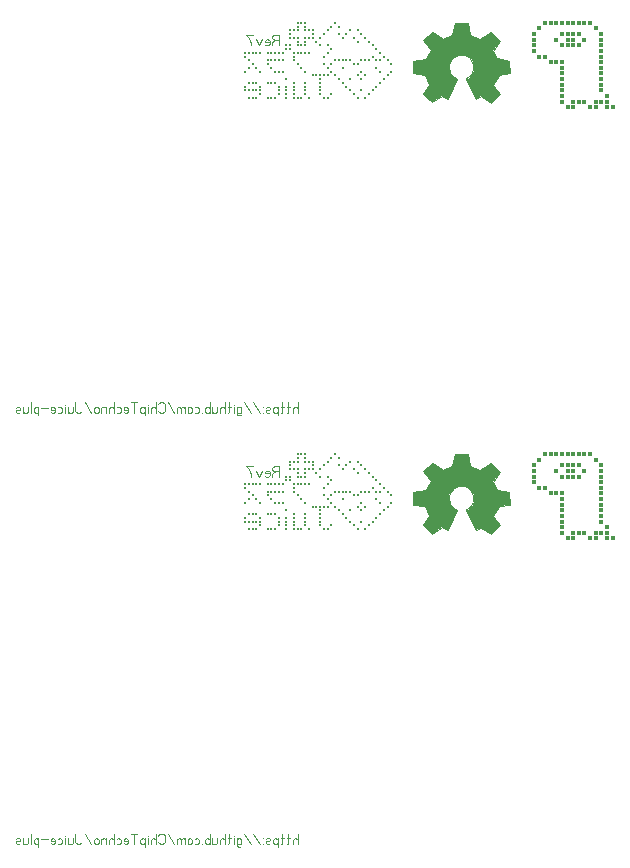
<source format=gbr>
%FSLAX34Y34*%
%MOMM*%
%LNSILK_BOTTOM_*%
G71*
G01*
%ADD10R, 0.27X0.27*%
%ADD11C, 0.11*%
%ADD12R, 0.40X0.40*%
%ADD13C, 0.10*%
%LPD*%
X346075Y930275D02*
G54D10*
D03*
X342900Y927100D02*
G54D10*
D03*
X339725Y923925D02*
G54D10*
D03*
X336550Y920750D02*
G54D10*
D03*
X346075Y936625D02*
G54D10*
D03*
X342900Y939800D02*
G54D10*
D03*
X339725Y942975D02*
G54D10*
D03*
X336550Y946150D02*
G54D10*
D03*
X333375Y949325D02*
G54D10*
D03*
X333375Y917575D02*
G54D10*
D03*
X330200Y914400D02*
G54D10*
D03*
X327025Y911225D02*
G54D10*
D03*
X323850Y908050D02*
G54D10*
D03*
X317500Y908050D02*
G54D10*
D03*
X314325Y911225D02*
G54D10*
D03*
X311150Y914400D02*
G54D10*
D03*
X307975Y917575D02*
G54D10*
D03*
X304800Y920750D02*
G54D10*
D03*
X301625Y923925D02*
G54D10*
D03*
X298450Y927100D02*
G54D10*
D03*
X295275Y930275D02*
G54D10*
D03*
X292100Y933450D02*
G54D10*
D03*
X330200Y952500D02*
G54D10*
D03*
X327025Y955675D02*
G54D10*
D03*
X323850Y958850D02*
G54D10*
D03*
X320675Y962025D02*
G54D10*
D03*
X304800Y958850D02*
G54D10*
D03*
X295275Y949325D02*
G54D10*
D03*
X292100Y952500D02*
G54D10*
D03*
X301625Y962025D02*
G54D10*
D03*
X301625Y968375D02*
G54D10*
D03*
X298450Y971550D02*
G54D10*
D03*
X295275Y968375D02*
G54D10*
D03*
X292100Y965200D02*
G54D10*
D03*
X288925Y962025D02*
G54D10*
D03*
X285750Y958850D02*
G54D10*
D03*
X282575Y955675D02*
G54D10*
D03*
X285750Y952500D02*
G54D10*
D03*
X336550Y939800D02*
G54D10*
D03*
X333375Y939800D02*
G54D10*
D03*
X330200Y942975D02*
G54D10*
D03*
X327025Y939800D02*
G54D10*
D03*
X323850Y939800D02*
G54D10*
D03*
X320675Y939800D02*
G54D10*
D03*
X317500Y936625D02*
G54D10*
D03*
X314325Y936625D02*
G54D10*
D03*
X311150Y939800D02*
G54D10*
D03*
X307975Y939800D02*
G54D10*
D03*
X304800Y939800D02*
G54D10*
D03*
X301625Y939800D02*
G54D10*
D03*
X298450Y939800D02*
G54D10*
D03*
X295275Y936625D02*
G54D10*
D03*
X279400Y965200D02*
G54D10*
D03*
X279400Y962025D02*
G54D10*
D03*
X279400Y958850D02*
G54D10*
D03*
X276225Y958850D02*
G54D10*
D03*
X276225Y965200D02*
G54D10*
D03*
X273050Y965200D02*
G54D10*
D03*
X273050Y968375D02*
G54D10*
D03*
X273050Y971550D02*
G54D10*
D03*
X269875Y971550D02*
G54D10*
D03*
X266700Y971550D02*
G54D10*
D03*
X266700Y968375D02*
G54D10*
D03*
X266700Y965200D02*
G54D10*
D03*
X263525Y965200D02*
G54D10*
D03*
X260350Y965200D02*
G54D10*
D03*
X260350Y962025D02*
G54D10*
D03*
X260350Y958850D02*
G54D10*
D03*
X263525Y958850D02*
G54D10*
D03*
X266700Y958850D02*
G54D10*
D03*
X273050Y958850D02*
G54D10*
D03*
X273050Y955675D02*
G54D10*
D03*
X273050Y952500D02*
G54D10*
D03*
X269875Y952500D02*
G54D10*
D03*
X266700Y952500D02*
G54D10*
D03*
X266700Y955675D02*
G54D10*
D03*
X317500Y965200D02*
G54D10*
D03*
X311150Y965200D02*
G54D10*
D03*
X307975Y962025D02*
G54D10*
D03*
X292100Y946150D02*
G54D10*
D03*
X288925Y942975D02*
G54D10*
D03*
X288925Y936625D02*
G54D10*
D03*
X292100Y927100D02*
G54D10*
D03*
X288925Y927100D02*
G54D10*
D03*
X285750Y927100D02*
G54D10*
D03*
X282575Y927100D02*
G54D10*
D03*
X279400Y927100D02*
G54D10*
D03*
X285750Y923925D02*
G54D10*
D03*
X285750Y920750D02*
G54D10*
D03*
X285750Y917575D02*
G54D10*
D03*
X285750Y914400D02*
G54D10*
D03*
X285750Y911225D02*
G54D10*
D03*
X288925Y908050D02*
G54D10*
D03*
X292100Y908050D02*
G54D10*
D03*
X295275Y911225D02*
G54D10*
D03*
X276225Y908050D02*
G54D10*
D03*
X273050Y911225D02*
G54D10*
D03*
X273050Y914400D02*
G54D10*
D03*
X273050Y917575D02*
G54D10*
D03*
X273050Y920750D02*
G54D10*
D03*
X269875Y908050D02*
G54D10*
D03*
X266700Y908050D02*
G54D10*
D03*
X263525Y908050D02*
G54D10*
D03*
X263525Y911225D02*
G54D10*
D03*
X263525Y914400D02*
G54D10*
D03*
X263525Y917575D02*
G54D10*
D03*
X263525Y920750D02*
G54D10*
D03*
X257175Y923925D02*
G54D10*
D03*
X257175Y917575D02*
G54D10*
D03*
X257175Y914400D02*
G54D10*
D03*
X257175Y911225D02*
G54D10*
D03*
X257175Y908050D02*
G54D10*
D03*
X250825Y911225D02*
G54D10*
D03*
X250825Y914400D02*
G54D10*
D03*
X250825Y917575D02*
G54D10*
D03*
X247650Y920750D02*
G54D10*
D03*
X244475Y920750D02*
G54D10*
D03*
X247650Y908050D02*
G54D10*
D03*
X244475Y908050D02*
G54D10*
D03*
X241300Y908050D02*
G54D10*
D03*
X241300Y920750D02*
G54D10*
D03*
X234950Y911225D02*
G54D10*
D03*
X234950Y914400D02*
G54D10*
D03*
X234950Y917575D02*
G54D10*
D03*
X231775Y920750D02*
G54D10*
D03*
X228600Y920750D02*
G54D10*
D03*
X225425Y920750D02*
G54D10*
D03*
X231775Y908050D02*
G54D10*
D03*
X228600Y908050D02*
G54D10*
D03*
X225425Y908050D02*
G54D10*
D03*
X222250Y917575D02*
G54D10*
D03*
X222250Y914400D02*
G54D10*
D03*
X225425Y914400D02*
G54D10*
D03*
X228600Y914400D02*
G54D10*
D03*
X231775Y914400D02*
G54D10*
D03*
X323850Y927100D02*
G54D10*
D03*
X320675Y923925D02*
G54D10*
D03*
X317500Y927100D02*
G54D10*
D03*
X320675Y930275D02*
G54D10*
D03*
X311150Y923925D02*
G54D10*
D03*
X333375Y933450D02*
G54D10*
D03*
X304800Y933450D02*
G54D10*
D03*
X320675Y914400D02*
G54D10*
D03*
X336550Y930275D02*
G54D10*
D03*
X276225Y946150D02*
G54D10*
D03*
X273050Y946150D02*
G54D10*
D03*
X269875Y946150D02*
G54D10*
D03*
X266700Y946150D02*
G54D10*
D03*
X263525Y946150D02*
G54D10*
D03*
X263525Y942975D02*
G54D10*
D03*
X263525Y939800D02*
G54D10*
D03*
X266700Y936625D02*
G54D10*
D03*
X269875Y933450D02*
G54D10*
D03*
X273050Y930275D02*
G54D10*
D03*
X260350Y952500D02*
G54D10*
D03*
X260350Y949325D02*
G54D10*
D03*
X257175Y949325D02*
G54D10*
D03*
X257175Y952500D02*
G54D10*
D03*
X254000Y946150D02*
G54D10*
D03*
X250825Y946150D02*
G54D10*
D03*
X247650Y946150D02*
G54D10*
D03*
X244475Y946150D02*
G54D10*
D03*
X241300Y946150D02*
G54D10*
D03*
X254000Y939800D02*
G54D10*
D03*
X250825Y939800D02*
G54D10*
D03*
X247650Y939800D02*
G54D10*
D03*
X244475Y939800D02*
G54D10*
D03*
X241300Y939800D02*
G54D10*
D03*
X241300Y936625D02*
G54D10*
D03*
X244475Y933450D02*
G54D10*
D03*
X247650Y930275D02*
G54D10*
D03*
X254000Y930275D02*
G54D10*
D03*
X250825Y930275D02*
G54D10*
D03*
X234950Y946150D02*
G54D10*
D03*
X231775Y946150D02*
G54D10*
D03*
X228600Y946150D02*
G54D10*
D03*
X225425Y946150D02*
G54D10*
D03*
X222250Y946150D02*
G54D10*
D03*
X222250Y942975D02*
G54D10*
D03*
X225425Y939800D02*
G54D10*
D03*
X228600Y936625D02*
G54D10*
D03*
X231775Y933450D02*
G54D10*
D03*
X234950Y930275D02*
G54D10*
D03*
X225425Y933450D02*
G54D10*
D03*
X222250Y930275D02*
G54D10*
D03*
X314325Y958850D02*
G54D10*
D03*
X317500Y955675D02*
G54D10*
D03*
G54D11*
X248158Y956944D02*
X246158Y955833D01*
X245492Y954722D01*
X245492Y952500D01*
G54D11*
X250825Y952500D02*
X250825Y961389D01*
X247492Y961389D01*
X246158Y960833D01*
X245492Y959722D01*
X245492Y958611D01*
X246158Y957500D01*
X247492Y956944D01*
X250825Y956944D01*
G54D11*
X239048Y953056D02*
X240115Y952500D01*
X241448Y952500D01*
X242781Y953056D01*
X243048Y954167D01*
X243048Y956056D01*
X242381Y957167D01*
X241048Y957500D01*
X239715Y957167D01*
X239048Y956389D01*
X239048Y955278D01*
X243048Y955278D01*
G54D11*
X236604Y957500D02*
X233937Y952500D01*
X231271Y957500D01*
G54D11*
X228827Y961389D02*
X223494Y961389D01*
X224160Y960278D01*
X225494Y958611D01*
X226827Y956389D01*
X227494Y954722D01*
X227494Y952500D01*
X509588Y971550D02*
G54D12*
D03*
X504825Y971550D02*
G54D12*
D03*
X500062Y971550D02*
G54D12*
D03*
X495300Y971550D02*
G54D12*
D03*
X490538Y971550D02*
G54D12*
D03*
X485775Y971550D02*
G54D12*
D03*
X481012Y971550D02*
G54D12*
D03*
X476250Y971550D02*
G54D12*
D03*
X523875Y957262D02*
G54D12*
D03*
X523875Y952500D02*
G54D12*
D03*
X523875Y947738D02*
G54D12*
D03*
X523875Y942975D02*
G54D12*
D03*
X523875Y938212D02*
G54D12*
D03*
X523875Y933450D02*
G54D12*
D03*
X523875Y928688D02*
G54D12*
D03*
X523875Y923925D02*
G54D12*
D03*
X523875Y919162D02*
G54D12*
D03*
X523875Y914400D02*
G54D12*
D03*
X528638Y909638D02*
G54D12*
D03*
X528638Y904875D02*
G54D12*
D03*
X528638Y900112D02*
G54D12*
D03*
X533400Y900112D02*
G54D12*
D03*
X519112Y904875D02*
G54D12*
D03*
X519112Y900112D02*
G54D12*
D03*
X514350Y900112D02*
G54D12*
D03*
X509588Y904875D02*
G54D12*
D03*
X504825Y904875D02*
G54D12*
D03*
X500062Y904875D02*
G54D12*
D03*
X500062Y900112D02*
G54D12*
D03*
X495300Y900112D02*
G54D12*
D03*
X466725Y947738D02*
G54D12*
D03*
X466725Y952500D02*
G54D12*
D03*
X466725Y957262D02*
G54D12*
D03*
X466725Y962025D02*
G54D12*
D03*
X471488Y966788D02*
G54D12*
D03*
X509588Y957262D02*
G54D12*
D03*
X504825Y962025D02*
G54D12*
D03*
X500062Y962025D02*
G54D12*
D03*
X495300Y962025D02*
G54D12*
D03*
X490538Y962025D02*
G54D12*
D03*
X485775Y957262D02*
G54D12*
D03*
X504825Y952500D02*
G54D12*
D03*
X500062Y952500D02*
G54D12*
D03*
X495300Y952500D02*
G54D12*
D03*
X490538Y952500D02*
G54D12*
D03*
X500062Y957262D02*
G54D12*
D03*
X495300Y957262D02*
G54D12*
D03*
X523875Y904875D02*
G54D12*
D03*
X471488Y942975D02*
G54D12*
D03*
X476250Y942975D02*
G54D12*
D03*
X485775Y938212D02*
G54D12*
D03*
X481012Y938212D02*
G54D12*
D03*
X490538Y938212D02*
G54D12*
D03*
X490538Y933450D02*
G54D12*
D03*
X490538Y928688D02*
G54D12*
D03*
X490538Y923925D02*
G54D12*
D03*
X490538Y919162D02*
G54D12*
D03*
X490538Y914400D02*
G54D12*
D03*
X490538Y909638D02*
G54D12*
D03*
X490538Y904875D02*
G54D12*
D03*
X514350Y971550D02*
G54D12*
D03*
X519112Y966788D02*
G54D12*
D03*
X523875Y962025D02*
G54D12*
D03*
G54D11*
X266700Y641350D02*
X266700Y650239D01*
G54D11*
X266700Y644906D02*
X266033Y646017D01*
X264700Y646350D01*
X263367Y646017D01*
X262700Y644906D01*
X262700Y641350D01*
G54D11*
X258923Y650239D02*
X258923Y641906D01*
X258256Y641350D01*
X257589Y641572D01*
G54D11*
X260256Y646350D02*
X257589Y646350D01*
G54D11*
X253812Y650239D02*
X253812Y641906D01*
X253145Y641350D01*
X252478Y641572D01*
G54D11*
X255145Y646350D02*
X252478Y646350D01*
G54D11*
X250034Y646350D02*
X250034Y639128D01*
G54D11*
X250034Y643017D02*
X249367Y641572D01*
X248034Y641350D01*
X246701Y641572D01*
X246034Y642683D01*
X246034Y644906D01*
X246701Y646017D01*
X248034Y646350D01*
X249367Y646017D01*
X250034Y644683D01*
G54D11*
X243590Y641906D02*
X242257Y641350D01*
X240923Y641350D01*
X239590Y641906D01*
X239590Y643017D01*
X240257Y643572D01*
X242923Y644128D01*
X243590Y644683D01*
X243590Y645794D01*
X242257Y646350D01*
X240923Y646350D01*
X239590Y645794D01*
G54D11*
X237146Y641350D02*
X237146Y641350D01*
G54D11*
X237146Y646350D02*
X237146Y646350D01*
G54D11*
X234702Y641350D02*
X229369Y650239D01*
G54D11*
X226925Y641350D02*
X221592Y650239D01*
G54D11*
X219148Y639683D02*
X217815Y639128D01*
X216881Y639128D01*
X215548Y639683D01*
X215148Y640794D01*
X215148Y646350D01*
G54D11*
X215148Y644906D02*
X215815Y646017D01*
X217148Y646350D01*
X218481Y646017D01*
X219148Y644906D01*
X219148Y642683D01*
X218481Y641572D01*
X217148Y641350D01*
X215815Y641572D01*
X215148Y642683D01*
G54D11*
X212704Y641350D02*
X212704Y646350D01*
G54D11*
X212704Y648017D02*
X212704Y648017D01*
G54D11*
X208927Y650239D02*
X208927Y641906D01*
X208260Y641350D01*
X207593Y641572D01*
G54D11*
X210260Y646350D02*
X207593Y646350D01*
G54D11*
X205149Y641350D02*
X205149Y650239D01*
G54D11*
X205149Y644906D02*
X204482Y646017D01*
X203149Y646350D01*
X201816Y646017D01*
X201149Y644906D01*
X201149Y641350D01*
G54D11*
X194705Y646350D02*
X194705Y641350D01*
G54D11*
X194705Y642461D02*
X195372Y641572D01*
X196705Y641350D01*
X198038Y641572D01*
X198705Y642461D01*
X198705Y646350D01*
G54D11*
X192261Y641350D02*
X192261Y650239D01*
G54D11*
X192261Y644906D02*
X191594Y646017D01*
X190261Y646350D01*
X188928Y646017D01*
X188261Y644906D01*
X188261Y642683D01*
X188928Y641572D01*
X190261Y641350D01*
X191594Y641572D01*
X192261Y642683D01*
G54D11*
X185817Y641350D02*
X185817Y641350D01*
G54D11*
X180040Y646017D02*
X181373Y646350D01*
X182706Y646017D01*
X183373Y644906D01*
X183373Y642683D01*
X182706Y641572D01*
X181373Y641350D01*
X180040Y641572D01*
G54D11*
X173596Y642683D02*
X173596Y644906D01*
X174263Y646017D01*
X175596Y646350D01*
X176929Y646017D01*
X177596Y644906D01*
X177596Y642683D01*
X176929Y641572D01*
X175596Y641350D01*
X174263Y641572D01*
X173596Y642683D01*
G54D11*
X171152Y641350D02*
X171152Y646350D01*
G54D11*
X171152Y645461D02*
X169819Y646350D01*
X168485Y646017D01*
X167819Y645239D01*
X167819Y641350D01*
G54D11*
X167819Y645461D02*
X166485Y646350D01*
X165152Y646017D01*
X164485Y645239D01*
X164485Y641350D01*
G54D11*
X162041Y641350D02*
X156708Y650239D01*
G54D11*
X148931Y643017D02*
X149597Y641906D01*
X150931Y641350D01*
X152264Y641350D01*
X153597Y641906D01*
X154264Y643017D01*
X154264Y648572D01*
X153597Y649683D01*
X152264Y650239D01*
X150931Y650239D01*
X149597Y649683D01*
X148931Y648572D01*
G54D11*
X146487Y641350D02*
X146487Y650239D01*
G54D11*
X146487Y644906D02*
X145820Y646017D01*
X144487Y646350D01*
X143154Y646017D01*
X142487Y644906D01*
X142487Y641350D01*
G54D11*
X140043Y641350D02*
X140043Y646350D01*
G54D11*
X140043Y648017D02*
X140043Y648017D01*
G54D11*
X137599Y646350D02*
X137599Y639128D01*
G54D11*
X137599Y643017D02*
X136932Y641572D01*
X135599Y641350D01*
X134266Y641572D01*
X133599Y642683D01*
X133599Y644906D01*
X134266Y646017D01*
X135599Y646350D01*
X136932Y646017D01*
X137599Y644683D01*
G54D11*
X128488Y641350D02*
X128488Y650239D01*
G54D11*
X131155Y650239D02*
X125822Y650239D01*
G54D11*
X119378Y641906D02*
X120445Y641350D01*
X121778Y641350D01*
X123111Y641906D01*
X123378Y643017D01*
X123378Y644906D01*
X122711Y646017D01*
X121378Y646350D01*
X120045Y646017D01*
X119378Y645239D01*
X119378Y644128D01*
X123378Y644128D01*
G54D11*
X113601Y646017D02*
X114934Y646350D01*
X116267Y646017D01*
X116934Y644906D01*
X116934Y642683D01*
X116267Y641572D01*
X114934Y641350D01*
X113601Y641572D01*
G54D11*
X111157Y641350D02*
X111157Y650239D01*
G54D11*
X111157Y644906D02*
X110490Y646017D01*
X109157Y646350D01*
X107824Y646017D01*
X107157Y644906D01*
X107157Y641350D01*
G54D11*
X104713Y641350D02*
X104713Y646350D01*
G54D11*
X104713Y645239D02*
X104046Y646017D01*
X102713Y646350D01*
X101380Y646017D01*
X100713Y645239D01*
X100713Y641350D01*
G54D11*
X94269Y642683D02*
X94269Y644906D01*
X94936Y646017D01*
X96269Y646350D01*
X97602Y646017D01*
X98269Y644906D01*
X98269Y642683D01*
X97602Y641572D01*
X96269Y641350D01*
X94936Y641572D01*
X94269Y642683D01*
G54D11*
X91825Y641350D02*
X86492Y650239D01*
G54D11*
X78715Y650239D02*
X78715Y643017D01*
X79381Y641906D01*
X80715Y641350D01*
X82048Y641350D01*
X83381Y641906D01*
X84048Y643017D01*
G54D11*
X72271Y646350D02*
X72271Y641350D01*
G54D11*
X72271Y642461D02*
X72938Y641572D01*
X74271Y641350D01*
X75604Y641572D01*
X76271Y642461D01*
X76271Y646350D01*
G54D11*
X69827Y641350D02*
X69827Y646350D01*
G54D11*
X69827Y648017D02*
X69827Y648017D01*
G54D11*
X64050Y646017D02*
X65383Y646350D01*
X66716Y646017D01*
X67383Y644906D01*
X67383Y642683D01*
X66716Y641572D01*
X65383Y641350D01*
X64050Y641572D01*
G54D11*
X57606Y641906D02*
X58673Y641350D01*
X60006Y641350D01*
X61339Y641906D01*
X61606Y643017D01*
X61606Y644906D01*
X60939Y646017D01*
X59606Y646350D01*
X58273Y646017D01*
X57606Y645239D01*
X57606Y644128D01*
X61606Y644128D01*
G54D11*
X55162Y645239D02*
X49829Y645239D01*
G54D11*
X47385Y646350D02*
X47385Y639128D01*
G54D11*
X47385Y643017D02*
X46718Y641572D01*
X45385Y641350D01*
X44052Y641572D01*
X43385Y642683D01*
X43385Y644906D01*
X44052Y646017D01*
X45385Y646350D01*
X46718Y646017D01*
X47385Y644683D01*
G54D11*
X40941Y641350D02*
X40941Y650239D01*
G54D11*
X34497Y646350D02*
X34497Y641350D01*
G54D11*
X34497Y642461D02*
X35164Y641572D01*
X36497Y641350D01*
X37830Y641572D01*
X38497Y642461D01*
X38497Y646350D01*
G54D11*
X32053Y641906D02*
X30720Y641350D01*
X29386Y641350D01*
X28053Y641906D01*
X28053Y643017D01*
X28720Y643572D01*
X31386Y644128D01*
X32053Y644683D01*
X32053Y645794D01*
X30720Y646350D01*
X29386Y646350D01*
X28053Y645794D01*
G54D13*
X411162Y971550D02*
X400050Y971550D01*
X397669Y961231D01*
X390128Y958056D01*
X381000Y964009D01*
X373062Y956866D01*
X379412Y948928D01*
X375841Y940991D01*
X364728Y939403D01*
X364728Y928688D01*
X374650Y927497D01*
X378222Y919162D01*
X373062Y911622D01*
X380603Y904081D01*
X389334Y909638D01*
X393700Y906859D01*
X401241Y923528D01*
G54D13*
X409972Y923528D02*
X417512Y907256D01*
X421878Y909241D01*
X430212Y903684D01*
X438547Y911225D01*
X432594Y919162D01*
X436166Y927497D01*
X446484Y928688D01*
X446088Y939403D01*
X435372Y941388D01*
X432594Y947738D01*
X438547Y956072D01*
X430609Y963612D01*
X421481Y958056D01*
X412750Y961231D01*
X411162Y971550D01*
G54D13*
G75*
G01X409715Y924213D02*
G03X401510Y924213I-4103J9665D01*
G01*
G36*
X446088Y939403D02*
X435372Y941388D01*
X432594Y947738D01*
X438547Y956072D01*
X430609Y963612D01*
X421481Y958056D01*
X412750Y961231D01*
X411162Y971550D01*
X400050Y971550D01*
X397669Y961231D01*
X390128Y958056D01*
X381000Y964009D01*
X373062Y956866D01*
X379412Y948928D01*
X375841Y940991D01*
X364728Y939403D01*
X364728Y928688D01*
X374650Y927497D01*
X378222Y919162D01*
X373062Y911622D01*
X380603Y904081D01*
X389334Y909638D01*
X393700Y906859D01*
X401638Y924322D01*
X400447Y924719D01*
X399256Y925512D01*
X396875Y927894D01*
X395288Y931069D01*
X394891Y933053D01*
X394891Y934641D01*
X395288Y937022D01*
X396478Y939800D01*
X398859Y942578D01*
X400844Y943769D01*
X402828Y944562D01*
X405209Y944959D01*
X407591Y944562D01*
X410766Y943769D01*
X413544Y941388D01*
X416322Y937419D01*
X416322Y931069D01*
X415131Y928688D01*
X413544Y926306D01*
X411162Y924322D01*
X409575Y924322D01*
X417512Y907256D01*
X421878Y909241D01*
X430212Y903684D01*
X438547Y911225D01*
X432594Y919162D01*
X446088Y939403D01*
G37*
G54D13*
X446088Y939403D02*
X435372Y941388D01*
X432594Y947738D01*
X438547Y956072D01*
X430609Y963612D01*
X421481Y958056D01*
X412750Y961231D01*
X411162Y971550D01*
X400050Y971550D01*
X397669Y961231D01*
X390128Y958056D01*
X381000Y964009D01*
X373062Y956866D01*
X379412Y948928D01*
X375841Y940991D01*
X364728Y939403D01*
X364728Y928688D01*
X374650Y927497D01*
X378222Y919162D01*
X373062Y911622D01*
X380603Y904081D01*
X389334Y909638D01*
X393700Y906859D01*
X401638Y924322D01*
X400447Y924719D01*
X399256Y925512D01*
X396875Y927894D01*
X395288Y931069D01*
X394891Y933053D01*
X394891Y934641D01*
X395288Y937022D01*
X396478Y939800D01*
X398859Y942578D01*
X400844Y943769D01*
X402828Y944562D01*
X405209Y944959D01*
X407591Y944562D01*
X410766Y943769D01*
X413544Y941388D01*
X416322Y937419D01*
X416322Y931069D01*
X415131Y928688D01*
X413544Y926306D01*
X411162Y924322D01*
X409575Y924322D01*
X417512Y907256D01*
X421878Y909241D01*
X430212Y903684D01*
X438547Y911225D01*
X432594Y919162D01*
X446088Y939403D01*
G36*
X446088Y939403D02*
X446484Y928688D01*
X436166Y927497D01*
X446088Y939403D01*
G37*
G54D13*
X446088Y939403D02*
X446484Y928688D01*
X436166Y927497D01*
X446088Y939403D01*
X346075Y565150D02*
G54D10*
D03*
X342900Y561975D02*
G54D10*
D03*
X339725Y558800D02*
G54D10*
D03*
X336550Y555625D02*
G54D10*
D03*
X346075Y571500D02*
G54D10*
D03*
X342900Y574675D02*
G54D10*
D03*
X339725Y577850D02*
G54D10*
D03*
X336550Y581025D02*
G54D10*
D03*
X333375Y584200D02*
G54D10*
D03*
X333375Y552450D02*
G54D10*
D03*
X330200Y549275D02*
G54D10*
D03*
X327025Y546100D02*
G54D10*
D03*
X323850Y542925D02*
G54D10*
D03*
X317500Y542925D02*
G54D10*
D03*
X314325Y546100D02*
G54D10*
D03*
X311150Y549275D02*
G54D10*
D03*
X307975Y552450D02*
G54D10*
D03*
X304800Y555625D02*
G54D10*
D03*
X301625Y558800D02*
G54D10*
D03*
X298450Y561975D02*
G54D10*
D03*
X295275Y565150D02*
G54D10*
D03*
X292100Y568325D02*
G54D10*
D03*
X330200Y587375D02*
G54D10*
D03*
X327025Y590550D02*
G54D10*
D03*
X323850Y593725D02*
G54D10*
D03*
X320675Y596900D02*
G54D10*
D03*
X304800Y593725D02*
G54D10*
D03*
X295275Y584200D02*
G54D10*
D03*
X292100Y587375D02*
G54D10*
D03*
X301625Y596900D02*
G54D10*
D03*
X301625Y603250D02*
G54D10*
D03*
X298450Y606425D02*
G54D10*
D03*
X295275Y603250D02*
G54D10*
D03*
X292100Y600075D02*
G54D10*
D03*
X288925Y596900D02*
G54D10*
D03*
X285750Y593725D02*
G54D10*
D03*
X282575Y590550D02*
G54D10*
D03*
X285750Y587375D02*
G54D10*
D03*
X336550Y574675D02*
G54D10*
D03*
X333375Y574675D02*
G54D10*
D03*
X330200Y577850D02*
G54D10*
D03*
X327025Y574675D02*
G54D10*
D03*
X323850Y574675D02*
G54D10*
D03*
X320675Y574675D02*
G54D10*
D03*
X317500Y571500D02*
G54D10*
D03*
X314325Y571500D02*
G54D10*
D03*
X311150Y574675D02*
G54D10*
D03*
X307975Y574675D02*
G54D10*
D03*
X304800Y574675D02*
G54D10*
D03*
X301625Y574675D02*
G54D10*
D03*
X298450Y574675D02*
G54D10*
D03*
X295275Y571500D02*
G54D10*
D03*
X279400Y600075D02*
G54D10*
D03*
X279400Y596900D02*
G54D10*
D03*
X279400Y593725D02*
G54D10*
D03*
X276225Y593725D02*
G54D10*
D03*
X276225Y600075D02*
G54D10*
D03*
X273050Y600075D02*
G54D10*
D03*
X273050Y603250D02*
G54D10*
D03*
X273050Y606425D02*
G54D10*
D03*
X269875Y606425D02*
G54D10*
D03*
X266700Y606425D02*
G54D10*
D03*
X266700Y603250D02*
G54D10*
D03*
X266700Y600075D02*
G54D10*
D03*
X263525Y600075D02*
G54D10*
D03*
X260350Y600075D02*
G54D10*
D03*
X260350Y596900D02*
G54D10*
D03*
X260350Y593725D02*
G54D10*
D03*
X263525Y593725D02*
G54D10*
D03*
X266700Y593725D02*
G54D10*
D03*
X273050Y593725D02*
G54D10*
D03*
X273050Y590550D02*
G54D10*
D03*
X273050Y587375D02*
G54D10*
D03*
X269875Y587375D02*
G54D10*
D03*
X266700Y587375D02*
G54D10*
D03*
X266700Y590550D02*
G54D10*
D03*
X317500Y600075D02*
G54D10*
D03*
X311150Y600075D02*
G54D10*
D03*
X307975Y596900D02*
G54D10*
D03*
X292100Y581025D02*
G54D10*
D03*
X288925Y577850D02*
G54D10*
D03*
X288925Y571500D02*
G54D10*
D03*
X292100Y561975D02*
G54D10*
D03*
X288925Y561975D02*
G54D10*
D03*
X285750Y561975D02*
G54D10*
D03*
X282575Y561975D02*
G54D10*
D03*
X279400Y561975D02*
G54D10*
D03*
X285750Y558800D02*
G54D10*
D03*
X285750Y555625D02*
G54D10*
D03*
X285750Y552450D02*
G54D10*
D03*
X285750Y549275D02*
G54D10*
D03*
X285750Y546100D02*
G54D10*
D03*
X288925Y542925D02*
G54D10*
D03*
X292100Y542925D02*
G54D10*
D03*
X295275Y546100D02*
G54D10*
D03*
X276225Y542925D02*
G54D10*
D03*
X273050Y546100D02*
G54D10*
D03*
X273050Y549275D02*
G54D10*
D03*
X273050Y552450D02*
G54D10*
D03*
X273050Y555625D02*
G54D10*
D03*
X269875Y542925D02*
G54D10*
D03*
X266700Y542925D02*
G54D10*
D03*
X263525Y542925D02*
G54D10*
D03*
X263525Y546100D02*
G54D10*
D03*
X263525Y549275D02*
G54D10*
D03*
X263525Y552450D02*
G54D10*
D03*
X263525Y555625D02*
G54D10*
D03*
X257175Y558800D02*
G54D10*
D03*
X257175Y552450D02*
G54D10*
D03*
X257175Y549275D02*
G54D10*
D03*
X257175Y546100D02*
G54D10*
D03*
X257175Y542925D02*
G54D10*
D03*
X250825Y546100D02*
G54D10*
D03*
X250825Y549275D02*
G54D10*
D03*
X250825Y552450D02*
G54D10*
D03*
X247650Y555625D02*
G54D10*
D03*
X244475Y555625D02*
G54D10*
D03*
X247650Y542925D02*
G54D10*
D03*
X244475Y542925D02*
G54D10*
D03*
X241300Y542925D02*
G54D10*
D03*
X241300Y555625D02*
G54D10*
D03*
X234950Y546100D02*
G54D10*
D03*
X234950Y549275D02*
G54D10*
D03*
X234950Y552450D02*
G54D10*
D03*
X231775Y555625D02*
G54D10*
D03*
X228600Y555625D02*
G54D10*
D03*
X225425Y555625D02*
G54D10*
D03*
X231775Y542925D02*
G54D10*
D03*
X228600Y542925D02*
G54D10*
D03*
X225425Y542925D02*
G54D10*
D03*
X222250Y552450D02*
G54D10*
D03*
X222250Y549275D02*
G54D10*
D03*
X225425Y549275D02*
G54D10*
D03*
X228600Y549275D02*
G54D10*
D03*
X231775Y549275D02*
G54D10*
D03*
X323850Y561975D02*
G54D10*
D03*
X320675Y558800D02*
G54D10*
D03*
X317500Y561975D02*
G54D10*
D03*
X320675Y565150D02*
G54D10*
D03*
X311150Y558800D02*
G54D10*
D03*
X333375Y568325D02*
G54D10*
D03*
X304800Y568325D02*
G54D10*
D03*
X320675Y549275D02*
G54D10*
D03*
X336550Y565150D02*
G54D10*
D03*
X276225Y581025D02*
G54D10*
D03*
X273050Y581025D02*
G54D10*
D03*
X269875Y581025D02*
G54D10*
D03*
X266700Y581025D02*
G54D10*
D03*
X263525Y581025D02*
G54D10*
D03*
X263525Y577850D02*
G54D10*
D03*
X263525Y574675D02*
G54D10*
D03*
X266700Y571500D02*
G54D10*
D03*
X269875Y568325D02*
G54D10*
D03*
X273050Y565150D02*
G54D10*
D03*
X260350Y587375D02*
G54D10*
D03*
X260350Y584200D02*
G54D10*
D03*
X257175Y584200D02*
G54D10*
D03*
X257175Y587375D02*
G54D10*
D03*
X254000Y581025D02*
G54D10*
D03*
X250825Y581025D02*
G54D10*
D03*
X247650Y581025D02*
G54D10*
D03*
X244475Y581025D02*
G54D10*
D03*
X241300Y581025D02*
G54D10*
D03*
X254000Y574675D02*
G54D10*
D03*
X250825Y574675D02*
G54D10*
D03*
X247650Y574675D02*
G54D10*
D03*
X244475Y574675D02*
G54D10*
D03*
X241300Y574675D02*
G54D10*
D03*
X241300Y571500D02*
G54D10*
D03*
X244475Y568325D02*
G54D10*
D03*
X247650Y565150D02*
G54D10*
D03*
X254000Y565150D02*
G54D10*
D03*
X250825Y565150D02*
G54D10*
D03*
X234950Y581025D02*
G54D10*
D03*
X231775Y581025D02*
G54D10*
D03*
X228600Y581025D02*
G54D10*
D03*
X225425Y581025D02*
G54D10*
D03*
X222250Y581025D02*
G54D10*
D03*
X222250Y577850D02*
G54D10*
D03*
X225425Y574675D02*
G54D10*
D03*
X228600Y571500D02*
G54D10*
D03*
X231775Y568325D02*
G54D10*
D03*
X234950Y565150D02*
G54D10*
D03*
X225425Y568325D02*
G54D10*
D03*
X222250Y565150D02*
G54D10*
D03*
X314325Y593725D02*
G54D10*
D03*
X317500Y590550D02*
G54D10*
D03*
G54D11*
X248158Y591819D02*
X246158Y590708D01*
X245492Y589597D01*
X245492Y587375D01*
G54D11*
X250825Y587375D02*
X250825Y596264D01*
X247492Y596264D01*
X246158Y595708D01*
X245492Y594597D01*
X245492Y593486D01*
X246158Y592375D01*
X247492Y591819D01*
X250825Y591819D01*
G54D11*
X239048Y587931D02*
X240115Y587375D01*
X241448Y587375D01*
X242781Y587931D01*
X243048Y589042D01*
X243048Y590931D01*
X242381Y592042D01*
X241048Y592375D01*
X239715Y592042D01*
X239048Y591264D01*
X239048Y590153D01*
X243048Y590153D01*
G54D11*
X236604Y592375D02*
X233937Y587375D01*
X231271Y592375D01*
G54D11*
X228827Y596264D02*
X223494Y596264D01*
X224160Y595153D01*
X225494Y593486D01*
X226827Y591264D01*
X227494Y589597D01*
X227494Y587375D01*
X509588Y606425D02*
G54D12*
D03*
X504825Y606425D02*
G54D12*
D03*
X500062Y606425D02*
G54D12*
D03*
X495300Y606425D02*
G54D12*
D03*
X490538Y606425D02*
G54D12*
D03*
X485775Y606425D02*
G54D12*
D03*
X481012Y606425D02*
G54D12*
D03*
X476250Y606425D02*
G54D12*
D03*
X523875Y592138D02*
G54D12*
D03*
X523875Y587375D02*
G54D12*
D03*
X523875Y582612D02*
G54D12*
D03*
X523875Y577850D02*
G54D12*
D03*
X523875Y573088D02*
G54D12*
D03*
X523875Y568325D02*
G54D12*
D03*
X523875Y563562D02*
G54D12*
D03*
X523875Y558800D02*
G54D12*
D03*
X523875Y554038D02*
G54D12*
D03*
X523875Y549275D02*
G54D12*
D03*
X528638Y544512D02*
G54D12*
D03*
X528638Y539750D02*
G54D12*
D03*
X528638Y534988D02*
G54D12*
D03*
X533400Y534988D02*
G54D12*
D03*
X519112Y539750D02*
G54D12*
D03*
X519112Y534988D02*
G54D12*
D03*
X514350Y534988D02*
G54D12*
D03*
X509588Y539750D02*
G54D12*
D03*
X504825Y539750D02*
G54D12*
D03*
X500062Y539750D02*
G54D12*
D03*
X500062Y534988D02*
G54D12*
D03*
X495300Y534988D02*
G54D12*
D03*
X466725Y582612D02*
G54D12*
D03*
X466725Y587375D02*
G54D12*
D03*
X466725Y592138D02*
G54D12*
D03*
X466725Y596900D02*
G54D12*
D03*
X471488Y601662D02*
G54D12*
D03*
X509588Y592138D02*
G54D12*
D03*
X504825Y596900D02*
G54D12*
D03*
X500062Y596900D02*
G54D12*
D03*
X495300Y596900D02*
G54D12*
D03*
X490538Y596900D02*
G54D12*
D03*
X485775Y592138D02*
G54D12*
D03*
X504825Y587375D02*
G54D12*
D03*
X500062Y587375D02*
G54D12*
D03*
X495300Y587375D02*
G54D12*
D03*
X490538Y587375D02*
G54D12*
D03*
X500062Y592138D02*
G54D12*
D03*
X495300Y592138D02*
G54D12*
D03*
X523875Y539750D02*
G54D12*
D03*
X471488Y577850D02*
G54D12*
D03*
X476250Y577850D02*
G54D12*
D03*
X485775Y573088D02*
G54D12*
D03*
X481012Y573088D02*
G54D12*
D03*
X490538Y573088D02*
G54D12*
D03*
X490538Y568325D02*
G54D12*
D03*
X490538Y563562D02*
G54D12*
D03*
X490538Y558800D02*
G54D12*
D03*
X490538Y554038D02*
G54D12*
D03*
X490538Y549275D02*
G54D12*
D03*
X490538Y544512D02*
G54D12*
D03*
X490538Y539750D02*
G54D12*
D03*
X514350Y606425D02*
G54D12*
D03*
X519112Y601662D02*
G54D12*
D03*
X523875Y596900D02*
G54D12*
D03*
G54D11*
X266700Y276225D02*
X266700Y285114D01*
G54D11*
X266700Y279781D02*
X266033Y280892D01*
X264700Y281225D01*
X263367Y280892D01*
X262700Y279781D01*
X262700Y276225D01*
G54D11*
X258923Y285114D02*
X258923Y276781D01*
X258256Y276225D01*
X257589Y276447D01*
G54D11*
X260256Y281225D02*
X257589Y281225D01*
G54D11*
X253812Y285114D02*
X253812Y276781D01*
X253145Y276225D01*
X252478Y276447D01*
G54D11*
X255145Y281225D02*
X252478Y281225D01*
G54D11*
X250034Y281225D02*
X250034Y274003D01*
G54D11*
X250034Y277892D02*
X249367Y276447D01*
X248034Y276225D01*
X246701Y276447D01*
X246034Y277558D01*
X246034Y279781D01*
X246701Y280892D01*
X248034Y281225D01*
X249367Y280892D01*
X250034Y279558D01*
G54D11*
X243590Y276781D02*
X242257Y276225D01*
X240923Y276225D01*
X239590Y276781D01*
X239590Y277892D01*
X240257Y278447D01*
X242923Y279003D01*
X243590Y279558D01*
X243590Y280669D01*
X242257Y281225D01*
X240923Y281225D01*
X239590Y280669D01*
G54D11*
X237146Y276225D02*
X237146Y276225D01*
G54D11*
X237146Y281225D02*
X237146Y281225D01*
G54D11*
X234702Y276225D02*
X229369Y285114D01*
G54D11*
X226925Y276225D02*
X221592Y285114D01*
G54D11*
X219148Y274558D02*
X217815Y274003D01*
X216881Y274003D01*
X215548Y274558D01*
X215148Y275669D01*
X215148Y281225D01*
G54D11*
X215148Y279781D02*
X215815Y280892D01*
X217148Y281225D01*
X218481Y280892D01*
X219148Y279781D01*
X219148Y277558D01*
X218481Y276447D01*
X217148Y276225D01*
X215815Y276447D01*
X215148Y277558D01*
G54D11*
X212704Y276225D02*
X212704Y281225D01*
G54D11*
X212704Y282892D02*
X212704Y282892D01*
G54D11*
X208927Y285114D02*
X208927Y276781D01*
X208260Y276225D01*
X207593Y276447D01*
G54D11*
X210260Y281225D02*
X207593Y281225D01*
G54D11*
X205149Y276225D02*
X205149Y285114D01*
G54D11*
X205149Y279781D02*
X204482Y280892D01*
X203149Y281225D01*
X201816Y280892D01*
X201149Y279781D01*
X201149Y276225D01*
G54D11*
X194705Y281225D02*
X194705Y276225D01*
G54D11*
X194705Y277336D02*
X195372Y276447D01*
X196705Y276225D01*
X198038Y276447D01*
X198705Y277336D01*
X198705Y281225D01*
G54D11*
X192261Y276225D02*
X192261Y285114D01*
G54D11*
X192261Y279781D02*
X191594Y280892D01*
X190261Y281225D01*
X188928Y280892D01*
X188261Y279781D01*
X188261Y277558D01*
X188928Y276447D01*
X190261Y276225D01*
X191594Y276447D01*
X192261Y277558D01*
G54D11*
X185817Y276225D02*
X185817Y276225D01*
G54D11*
X180040Y280892D02*
X181373Y281225D01*
X182706Y280892D01*
X183373Y279781D01*
X183373Y277558D01*
X182706Y276447D01*
X181373Y276225D01*
X180040Y276447D01*
G54D11*
X173596Y277558D02*
X173596Y279781D01*
X174263Y280892D01*
X175596Y281225D01*
X176929Y280892D01*
X177596Y279781D01*
X177596Y277558D01*
X176929Y276447D01*
X175596Y276225D01*
X174263Y276447D01*
X173596Y277558D01*
G54D11*
X171152Y276225D02*
X171152Y281225D01*
G54D11*
X171152Y280336D02*
X169819Y281225D01*
X168485Y280892D01*
X167819Y280114D01*
X167819Y276225D01*
G54D11*
X167819Y280336D02*
X166485Y281225D01*
X165152Y280892D01*
X164485Y280114D01*
X164485Y276225D01*
G54D11*
X162041Y276225D02*
X156708Y285114D01*
G54D11*
X148931Y277892D02*
X149597Y276781D01*
X150931Y276225D01*
X152264Y276225D01*
X153597Y276781D01*
X154264Y277892D01*
X154264Y283447D01*
X153597Y284558D01*
X152264Y285114D01*
X150931Y285114D01*
X149597Y284558D01*
X148931Y283447D01*
G54D11*
X146487Y276225D02*
X146487Y285114D01*
G54D11*
X146487Y279781D02*
X145820Y280892D01*
X144487Y281225D01*
X143154Y280892D01*
X142487Y279781D01*
X142487Y276225D01*
G54D11*
X140043Y276225D02*
X140043Y281225D01*
G54D11*
X140043Y282892D02*
X140043Y282892D01*
G54D11*
X137599Y281225D02*
X137599Y274003D01*
G54D11*
X137599Y277892D02*
X136932Y276447D01*
X135599Y276225D01*
X134266Y276447D01*
X133599Y277558D01*
X133599Y279781D01*
X134266Y280892D01*
X135599Y281225D01*
X136932Y280892D01*
X137599Y279558D01*
G54D11*
X128488Y276225D02*
X128488Y285114D01*
G54D11*
X131155Y285114D02*
X125822Y285114D01*
G54D11*
X119378Y276781D02*
X120445Y276225D01*
X121778Y276225D01*
X123111Y276781D01*
X123378Y277892D01*
X123378Y279781D01*
X122711Y280892D01*
X121378Y281225D01*
X120045Y280892D01*
X119378Y280114D01*
X119378Y279003D01*
X123378Y279003D01*
G54D11*
X113601Y280892D02*
X114934Y281225D01*
X116267Y280892D01*
X116934Y279781D01*
X116934Y277558D01*
X116267Y276447D01*
X114934Y276225D01*
X113601Y276447D01*
G54D11*
X111157Y276225D02*
X111157Y285114D01*
G54D11*
X111157Y279781D02*
X110490Y280892D01*
X109157Y281225D01*
X107824Y280892D01*
X107157Y279781D01*
X107157Y276225D01*
G54D11*
X104713Y276225D02*
X104713Y281225D01*
G54D11*
X104713Y280114D02*
X104046Y280892D01*
X102713Y281225D01*
X101380Y280892D01*
X100713Y280114D01*
X100713Y276225D01*
G54D11*
X94269Y277558D02*
X94269Y279781D01*
X94936Y280892D01*
X96269Y281225D01*
X97602Y280892D01*
X98269Y279781D01*
X98269Y277558D01*
X97602Y276447D01*
X96269Y276225D01*
X94936Y276447D01*
X94269Y277558D01*
G54D11*
X91825Y276225D02*
X86492Y285114D01*
G54D11*
X78715Y285114D02*
X78715Y277892D01*
X79381Y276781D01*
X80715Y276225D01*
X82048Y276225D01*
X83381Y276781D01*
X84048Y277892D01*
G54D11*
X72271Y281225D02*
X72271Y276225D01*
G54D11*
X72271Y277336D02*
X72938Y276447D01*
X74271Y276225D01*
X75604Y276447D01*
X76271Y277336D01*
X76271Y281225D01*
G54D11*
X69827Y276225D02*
X69827Y281225D01*
G54D11*
X69827Y282892D02*
X69827Y282892D01*
G54D11*
X64050Y280892D02*
X65383Y281225D01*
X66716Y280892D01*
X67383Y279781D01*
X67383Y277558D01*
X66716Y276447D01*
X65383Y276225D01*
X64050Y276447D01*
G54D11*
X57606Y276781D02*
X58673Y276225D01*
X60006Y276225D01*
X61339Y276781D01*
X61606Y277892D01*
X61606Y279781D01*
X60939Y280892D01*
X59606Y281225D01*
X58273Y280892D01*
X57606Y280114D01*
X57606Y279003D01*
X61606Y279003D01*
G54D11*
X55162Y280114D02*
X49829Y280114D01*
G54D11*
X47385Y281225D02*
X47385Y274003D01*
G54D11*
X47385Y277892D02*
X46718Y276447D01*
X45385Y276225D01*
X44052Y276447D01*
X43385Y277558D01*
X43385Y279781D01*
X44052Y280892D01*
X45385Y281225D01*
X46718Y280892D01*
X47385Y279558D01*
G54D11*
X40941Y276225D02*
X40941Y285114D01*
G54D11*
X34497Y281225D02*
X34497Y276225D01*
G54D11*
X34497Y277336D02*
X35164Y276447D01*
X36497Y276225D01*
X37830Y276447D01*
X38497Y277336D01*
X38497Y281225D01*
G54D11*
X32053Y276781D02*
X30720Y276225D01*
X29386Y276225D01*
X28053Y276781D01*
X28053Y277892D01*
X28720Y278447D01*
X31386Y279003D01*
X32053Y279558D01*
X32053Y280669D01*
X30720Y281225D01*
X29386Y281225D01*
X28053Y280669D01*
G54D13*
X411162Y606425D02*
X400050Y606425D01*
X397669Y596106D01*
X390128Y592931D01*
X381000Y598884D01*
X373062Y591741D01*
X379412Y583803D01*
X375841Y575866D01*
X364728Y574278D01*
X364728Y563562D01*
X374650Y562372D01*
X378222Y554038D01*
X373062Y546497D01*
X380603Y538956D01*
X389334Y544512D01*
X393700Y541734D01*
X401241Y558403D01*
G54D13*
X409972Y558403D02*
X417512Y542131D01*
X421878Y544116D01*
X430212Y538559D01*
X438547Y546100D01*
X432594Y554038D01*
X436166Y562372D01*
X446484Y563562D01*
X446088Y574278D01*
X435372Y576262D01*
X432594Y582612D01*
X438547Y590947D01*
X430609Y598488D01*
X421481Y592931D01*
X412750Y596106D01*
X411162Y606425D01*
G54D13*
G75*
G01X409715Y559088D02*
G03X401510Y559088I-4103J9665D01*
G01*
G36*
X446088Y574278D02*
X435372Y576262D01*
X432594Y582612D01*
X438547Y590947D01*
X430609Y598488D01*
X421481Y592931D01*
X412750Y596106D01*
X411162Y606425D01*
X400050Y606425D01*
X397669Y596106D01*
X390128Y592931D01*
X381000Y598884D01*
X373062Y591741D01*
X379412Y583803D01*
X375841Y575866D01*
X364728Y574278D01*
X364728Y563562D01*
X374650Y562372D01*
X378222Y554038D01*
X373062Y546497D01*
X380603Y538956D01*
X389334Y544512D01*
X393700Y541734D01*
X401638Y559197D01*
X400447Y559594D01*
X399256Y560388D01*
X396875Y562769D01*
X395288Y565944D01*
X394891Y567928D01*
X394891Y569516D01*
X395288Y571897D01*
X396478Y574675D01*
X398859Y577453D01*
X400844Y578644D01*
X402828Y579438D01*
X405209Y579834D01*
X407591Y579438D01*
X410766Y578644D01*
X413544Y576262D01*
X416322Y572294D01*
X416322Y565944D01*
X415131Y563562D01*
X413544Y561181D01*
X411162Y559197D01*
X409575Y559197D01*
X417512Y542131D01*
X421878Y544116D01*
X430212Y538559D01*
X438547Y546100D01*
X432594Y554038D01*
X446088Y574278D01*
G37*
G54D13*
X446088Y574278D02*
X435372Y576262D01*
X432594Y582612D01*
X438547Y590947D01*
X430609Y598488D01*
X421481Y592931D01*
X412750Y596106D01*
X411162Y606425D01*
X400050Y606425D01*
X397669Y596106D01*
X390128Y592931D01*
X381000Y598884D01*
X373062Y591741D01*
X379412Y583803D01*
X375841Y575866D01*
X364728Y574278D01*
X364728Y563562D01*
X374650Y562372D01*
X378222Y554038D01*
X373062Y546497D01*
X380603Y538956D01*
X389334Y544512D01*
X393700Y541734D01*
X401638Y559197D01*
X400447Y559594D01*
X399256Y560388D01*
X396875Y562769D01*
X395288Y565944D01*
X394891Y567928D01*
X394891Y569516D01*
X395288Y571897D01*
X396478Y574675D01*
X398859Y577453D01*
X400844Y578644D01*
X402828Y579438D01*
X405209Y579834D01*
X407591Y579438D01*
X410766Y578644D01*
X413544Y576262D01*
X416322Y572294D01*
X416322Y565944D01*
X415131Y563562D01*
X413544Y561181D01*
X411162Y559197D01*
X409575Y559197D01*
X417512Y542131D01*
X421878Y544116D01*
X430212Y538559D01*
X438547Y546100D01*
X432594Y554038D01*
X446088Y574278D01*
G36*
X446088Y574278D02*
X446484Y563562D01*
X436166Y562372D01*
X446088Y574278D01*
G37*
G54D13*
X446088Y574278D02*
X446484Y563562D01*
X436166Y562372D01*
X446088Y574278D01*
M02*

</source>
